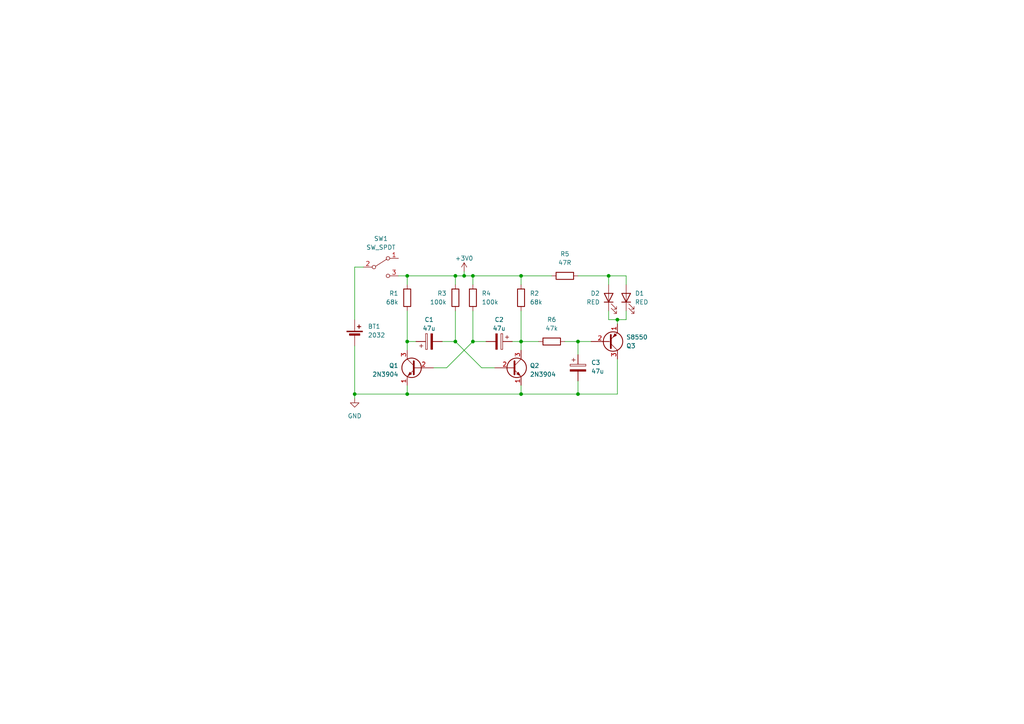
<source format=kicad_sch>
(kicad_sch (version 20231120) (generator "eeschema") (generator_version "8.0")
  (paper "A4")
  (lib_symbols
    (symbol "Device:Battery_Cell" (pin_numbers hide) (pin_names (offset 0) hide)
      (property "Reference" "BT" (at 2.54 2.54 0))
      (property "Value" "Battery_Cell" (at 2.54 0 0))
      (symbol "Battery_Cell_0_1"
        (rectangle (start -2.286 1.778) (end 2.286 1.524) (fill (type outline)))
        (rectangle (start -1.524 1.016) (end 1.524 0.508) (fill (type outline)))
        (polyline (pts (xy 0 0.762) (xy 0 0)))
        (polyline (pts (xy 0 1.778) (xy 0 2.54)))
        (polyline (pts (xy 0.762 3.048) (xy 1.778 3.048)) (stroke (width 0.254)))
        (polyline (pts (xy 1.27 3.556) (xy 1.27 2.54)) (stroke (width 0.254)))
      )
      (symbol "Battery_Cell_1_1"
        (pin passive line (at 0 5.08 270) (length 2.54) (name "+") (number "1"))
        (pin passive line (at 0 -2.54 90) (length 2.54) (name "-") (number "2"))
      )
    )
    (symbol "Device:C_Polarized" (pin_numbers hide) (pin_names (offset 0.254))
      (property "Reference" "C" (at 0.635 2.54 0))
      (property "Value" "C_Polarized" (at 0.635 -2.54 0))
      (symbol "C_Polarized_0_1"
        (rectangle (start -2.286 0.508) (end 2.286 1.016))
        (polyline (pts (xy -1.778 2.286) (xy -0.762 2.286)))
        (polyline (pts (xy -1.27 2.794) (xy -1.27 1.778)))
        (rectangle (start 2.286 -0.508) (end -2.286 -1.016) (fill (type outline)))
      )
      (symbol "C_Polarized_1_1"
        (pin passive line (at 0 3.81 270) (length 2.794) (name "~") (number "1"))
        (pin passive line (at 0 -3.81 90) (length 2.794) (name "~") (number "2"))
      )
    )
    (symbol "Device:LED" (pin_numbers hide) (pin_names (offset 1.016) hide)
      (property "Reference" "D" (at 0 2.54 0))
      (property "Value" "LED" (at 0 -2.54 0))
      (symbol "LED_0_1"
        (polyline (pts (xy -1.27 -1.27) (xy -1.27 1.27)) (stroke (width 0.254)))
        (polyline (pts (xy -1.27 0) (xy 1.27 0)))
        (polyline (pts (xy 1.27 -1.27) (xy 1.27 1.27) (xy -1.27 0) (xy 1.27 -1.27)) (stroke (width 0.254)))
        (polyline (pts (xy -3.048 -0.762) (xy -4.572 -2.286) (xy -3.81 -2.286) (xy -4.572 -2.286) (xy -4.572 -1.524)))
        (polyline (pts (xy -1.778 -0.762) (xy -3.302 -2.286) (xy -2.54 -2.286) (xy -3.302 -2.286) (xy -3.302 -1.524)))
      )
      (symbol "LED_1_1"
        (pin passive line (at -3.81 0 0) (length 2.54) (name "K") (number "1"))
        (pin passive line (at 3.81 0 180) (length 2.54) (name "A") (number "2"))
      )
    )
    (symbol "Device:R" (pin_numbers hide) (pin_names (offset 0))
      (property "Reference" "R" (at 2.032 0 90))
      (property "Value" "R" (at 0 0 90))
      (symbol "R_0_1"
        (rectangle (start -1.016 -2.54) (end 1.016 2.54) (stroke (width 0.254)))
      )
      (symbol "R_1_1"
        (pin passive line (at 0 3.81 270) (length 1.27) (name "~") (number "1"))
        (pin passive line (at 0 -3.81 90) (length 1.27) (name "~") (number "2"))
      )
    )
    (symbol "Switch:SW_SPDT" (pin_names (offset 0) hide)
      (property "Reference" "SW" (at 0 4.318 0))
      (property "Value" "SW_SPDT" (at 0 -5.08 0))
      (symbol "SW_SPDT_0_0"
        (circle (center -2.032 0) (radius 0.508))
        (circle (center 2.032 -2.54) (radius 0.508))
      )
      (symbol "SW_SPDT_0_1"
        (polyline (pts (xy -1.524 0.254) (xy 1.651 2.286)))
        (circle (center 2.032 2.54) (radius 0.508))
      )
      (symbol "SW_SPDT_1_1"
        (pin passive line (at 5.08 2.54 180) (length 2.54) (name "A") (number "1"))
        (pin passive line (at -5.08 0 0) (length 2.54) (name "B") (number "2"))
        (pin passive line (at 5.08 -2.54 180) (length 2.54) (name "C") (number "3"))
      )
    )
    (symbol "Transistor_BJT:2N3904" (pin_names (offset 0) hide)
      (property "Reference" "Q" (at 5.08 1.905 0))
      (property "Value" "2N3904" (at 5.08 0 0))
      (symbol "2N3904_0_1"
        (polyline (pts (xy 0.635 0.635) (xy 2.54 2.54)))
        (polyline (pts (xy 0.635 -0.635) (xy 2.54 -2.54) (xy 2.54 -2.54)))
        (polyline (pts (xy 0.635 1.905) (xy 0.635 -1.905) (xy 0.635 -1.905)) (stroke (width 0.508)))
        (polyline (pts (xy 1.27 -1.778) (xy 1.778 -1.27) (xy 2.286 -2.286) (xy 1.27 -1.778) (xy 1.27 -1.778)) (fill (type outline)))
        (circle (center 1.27 0) (radius 2.8194) (stroke (width 0.254)))
      )
      (symbol "2N3904_1_1"
        (pin passive line (at 2.54 -5.08 90) (length 2.54) (name "E") (number "1"))
        (pin passive line (at -5.08 0 0) (length 5.715) (name "B") (number "2"))
        (pin passive line (at 2.54 5.08 270) (length 2.54) (name "C") (number "3"))
      )
    )
    (symbol "Transistor_BJT:S8550" (pin_names (offset 0) hide)
      (property "Reference" "Q" (at 5.08 1.905 0))
      (property "Value" "S8550" (at 5.08 0 0))
      (symbol "S8550_0_1"
        (polyline (pts (xy 0 0) (xy 0.635 0)))
        (polyline (pts (xy 2.54 -2.54) (xy 0.635 -0.635)))
        (polyline (pts (xy 2.54 2.54) (xy 0.635 0.635)))
        (polyline (pts (xy 0.635 1.905) (xy 0.635 -1.905) (xy 0.635 -1.905)) (stroke (width 0.508)) (fill (type outline)))
        (polyline (pts (xy 1.778 -2.286) (xy 2.286 -1.778) (xy 1.27 -1.27) (xy 1.778 -2.286) (xy 1.778 -2.286)) (fill (type outline)))
        (circle (center 1.27 0) (radius 2.8194) (stroke (width 0.254)))
      )
      (symbol "S8550_1_1"
        (pin passive line (at 2.54 -5.08 90) (length 2.54) (name "E") (number "1"))
        (pin input line (at -5.08 0 0) (length 5.08) (name "B") (number "2"))
        (pin passive line (at 2.54 5.08 270) (length 2.54) (name "C") (number "3"))
      )
    )
    (symbol "power:+3V0" (power) (pin_names (offset 0))
      (property "Value" "+3V0" (at 0 3.556 0))
      (symbol "+3V0_0_1"
        (polyline (pts (xy -0.762 1.27) (xy 0 2.54)))
        (polyline (pts (xy 0 0) (xy 0 2.54)))
        (polyline (pts (xy 0 2.54) (xy 0.762 1.27)))
      )
      (symbol "+3V0_1_1"
        (pin power_in line (at 0 0 90) (length 0) hide (name "+3V0") (number "1"))
      )
    )
    (symbol "power:GND" (power) (pin_names (offset 0))
      (property "Value" "GND" (at 0 -3.81 0))
      (symbol "GND_0_1"
        (polyline (pts (xy 0 0) (xy 0 -1.27) (xy 1.27 -1.27) (xy 0 -2.54) (xy -1.27 -1.27) (xy 0 -1.27)))
      )
      (symbol "GND_1_1"
        (pin power_in line (at 0 0 270) (length 0) hide (name "GND") (number "1"))
      )
    )
  )
  (junction (at 134.62 80.01))
  (junction (at 137.16 99.06))
  (junction (at 137.16 80.01))
  (junction (at 151.13 80.01))
  (junction (at 118.11 99.06))
  (junction (at 167.64 114.3))
  (junction (at 176.53 80.01))
  (junction (at 132.08 80.01))
  (junction (at 102.87 114.3))
  (junction (at 118.11 80.01))
  (junction (at 179.07 92.71))
  (junction (at 118.11 114.3))
  (junction (at 151.13 114.3))
  (junction (at 151.13 99.06))
  (junction (at 132.08 99.06))
  (junction (at 167.64 99.06))
  (wire (pts (xy 179.07 104.14) (xy 179.07 114.3)))
  (wire (pts (xy 151.13 99.06) (xy 156.21 99.06)))
  (wire (pts (xy 167.64 99.06) (xy 163.83 99.06)))
  (wire (pts (xy 176.53 80.01) (xy 176.53 82.55)))
  (wire (pts (xy 132.08 80.01) (xy 132.08 82.55)))
  (wire (pts (xy 137.16 80.01) (xy 137.16 82.55)))
  (wire (pts (xy 139.7 106.68) (xy 132.08 99.06)))
  (wire (pts (xy 167.64 110.49) (xy 167.64 114.3)))
  (wire (pts (xy 148.59 99.06) (xy 151.13 99.06)))
  (wire (pts (xy 118.11 99.06) (xy 118.11 101.6)))
  (wire (pts (xy 118.11 80.01) (xy 132.08 80.01)))
  (wire (pts (xy 167.64 99.06) (xy 171.45 99.06)))
  (wire (pts (xy 134.62 80.01) (xy 137.16 80.01)))
  (wire (pts (xy 181.61 80.01) (xy 176.53 80.01)))
  (wire (pts (xy 176.53 92.71) (xy 176.53 90.17)))
  (wire (pts (xy 102.87 77.47) (xy 102.87 92.71)))
  (wire (pts (xy 105.41 77.47) (xy 102.87 77.47)))
  (wire (pts (xy 181.61 80.01) (xy 181.61 82.55)))
  (wire (pts (xy 115.57 80.01) (xy 118.11 80.01)))
  (wire (pts (xy 118.11 82.55) (xy 118.11 80.01)))
  (wire (pts (xy 151.13 99.06) (xy 151.13 101.6)))
  (wire (pts (xy 151.13 90.17) (xy 151.13 99.06)))
  (wire (pts (xy 176.53 80.01) (xy 167.64 80.01)))
  (wire (pts (xy 125.73 106.68) (xy 129.54 106.68)))
  (wire (pts (xy 134.62 80.01) (xy 132.08 80.01)))
  (wire (pts (xy 179.07 92.71) (xy 179.07 93.98)))
  (wire (pts (xy 151.13 111.76) (xy 151.13 114.3)))
  (wire (pts (xy 137.16 99.06) (xy 140.97 99.06)))
  (wire (pts (xy 151.13 80.01) (xy 151.13 82.55)))
  (wire (pts (xy 102.87 100.33) (xy 102.87 114.3)))
  (wire (pts (xy 132.08 90.17) (xy 132.08 99.06)))
  (wire (pts (xy 102.87 114.3) (xy 102.87 115.57)))
  (wire (pts (xy 167.64 114.3) (xy 179.07 114.3)))
  (wire (pts (xy 167.64 114.3) (xy 151.13 114.3)))
  (wire (pts (xy 128.27 99.06) (xy 132.08 99.06)))
  (wire (pts (xy 134.62 78.74) (xy 134.62 80.01)))
  (wire (pts (xy 118.11 114.3) (xy 151.13 114.3)))
  (wire (pts (xy 118.11 90.17) (xy 118.11 99.06)))
  (wire (pts (xy 179.07 92.71) (xy 176.53 92.71)))
  (wire (pts (xy 151.13 80.01) (xy 160.02 80.01)))
  (wire (pts (xy 118.11 99.06) (xy 120.65 99.06)))
  (wire (pts (xy 118.11 111.76) (xy 118.11 114.3)))
  (wire (pts (xy 179.07 92.71) (xy 181.61 92.71)))
  (wire (pts (xy 139.7 106.68) (xy 143.51 106.68)))
  (wire (pts (xy 137.16 90.17) (xy 137.16 99.06)))
  (wire (pts (xy 102.87 114.3) (xy 118.11 114.3)))
  (wire (pts (xy 181.61 92.71) (xy 181.61 90.17)))
  (wire (pts (xy 129.54 106.68) (xy 137.16 99.06)))
  (wire (pts (xy 167.64 102.87) (xy 167.64 99.06)))
  (wire (pts (xy 151.13 80.01) (xy 137.16 80.01)))
  (symbol (lib_id "Transistor_BJT:S8550") (at 176.53 99.06 0) (mirror x) (unit 1)
    (property "Reference" "Q3" (at 181.61 100.3301 0) (effects (justify left)))
    (property "Value" "S8550" (at 181.61 97.7901 0) (effects (justify left)))
    (property "Footprint" "Package_TO_SOT_THT:TO-92L_Inline_Wide" (effects (hide yes)))
    (property "Datasheet" "http://www.unisonic.com.tw/datasheet/S8550.pdf" (effects (hide yes)))
    (property "Description" "0.7A Ic, 20V Vce, Low Voltage High Current PNP Transistor, TO-92" (effects (hide yes)))
    (property "LCSC" "C2931494" (effects (hide yes)))
  )
  (symbol (lib_id "power:GND") (at 102.87 115.57 0) (unit 1)
    (property "Reference" "#PWR01" (effects (hide yes)))
    (property "Value" "GND" (at 102.87 120.65 0))
  )
  (symbol (lib_id "Device:C_Polarized") (at 167.64 106.68 0) (unit 1)
    (property "Reference" "C3" (at 171.45 105.156 0) (effects (justify left)))
    (property "Value" "47u" (at 171.45 107.696 0) (effects (justify left)))
    (property "Footprint" "Capacitor_THT:CP_Radial_D6.3mm_P2.50mm" (effects (hide yes)))
  )
  (symbol (lib_id "Device:R") (at 151.13 86.36 0) (unit 1)
    (property "Reference" "R2" (at 153.67 85.0899 0) (effects (justify left)))
    (property "Value" "68k" (at 153.67 87.6299 0) (effects (justify left)))
    (property "Footprint" "Resistor_THT:R_Axial_DIN0207_L6.3mm_D2.5mm_P10.16mm_Horizontal" (effects (hide yes)))
  )
  (symbol (lib_id "Device:R") (at 118.11 86.36 0) (unit 1)
    (property "Reference" "R1" (at 115.57 85.09 0) (effects (justify right)))
    (property "Value" "68k" (at 115.57 87.63 0) (effects (justify right)))
    (property "Footprint" "Resistor_THT:R_Axial_DIN0207_L6.3mm_D2.5mm_P10.16mm_Horizontal" (effects (hide yes)))
  )
  (symbol (lib_id "Device:Battery_Cell") (at 102.87 97.79 0) (unit 1)
    (property "Reference" "BT1" (at 106.68 94.6785 0) (effects (justify left)))
    (property "Value" "2032" (at 106.68 97.2185 0) (effects (justify left)))
    (property "Footprint" "kit-fp:CONNFLY_DS1092-04" (effects (hide yes)))
  )
  (symbol (lib_id "Device:LED") (at 176.53 86.36 90) (unit 1)
    (property "Reference" "D2" (at 173.99 85.09 90) (effects (justify left)))
    (property "Value" "RED" (at 173.99 87.63 90) (effects (justify left)))
    (property "Footprint" "LED_THT:LED_D3.0mm" (effects (hide yes)))
  )
  (symbol (lib_id "Transistor_BJT:2N3904") (at 120.65 106.68 0) (mirror y) (unit 1)
    (property "Reference" "Q1" (at 115.57 106.045 0) (effects (justify left)))
    (property "Value" "2N3904" (at 115.57 108.585 0) (effects (justify left)))
    (property "Footprint" "Package_TO_SOT_THT:TO-92L_Inline_Wide" (effects (hide yes)))
  )
  (symbol (lib_id "power:+3V0") (at 134.62 78.74 0) (unit 1)
    (property "Reference" "#PWR02" (effects (hide yes)))
    (property "Value" "+3V0" (at 134.62 74.93 0))
  )
  (symbol (lib_id "Device:R") (at 160.02 99.06 90) (unit 1)
    (property "Reference" "R6" (at 160.02 92.71 90))
    (property "Value" "47k" (at 160.02 95.25 90))
    (property "Footprint" "Resistor_THT:R_Axial_DIN0207_L6.3mm_D2.5mm_P10.16mm_Horizontal" (effects (hide yes)))
  )
  (symbol (lib_id "Device:C_Polarized") (at 144.78 99.06 270) (unit 1)
    (property "Reference" "C2" (at 144.78 92.71 90))
    (property "Value" "47u" (at 144.78 95.25 90))
    (property "Footprint" "Capacitor_THT:CP_Radial_D6.3mm_P2.50mm" (effects (hide yes)))
  )
  (symbol (lib_id "Device:LED") (at 181.61 86.36 90) (unit 1)
    (property "Reference" "D1" (at 184.15 85.09 90) (effects (justify right)))
    (property "Value" "RED" (at 184.15 87.63 90) (effects (justify right)))
    (property "Footprint" "LED_THT:LED_D3.0mm" (effects (hide yes)))
  )
  (symbol (lib_id "Device:R") (at 137.16 86.36 0) (unit 1)
    (property "Reference" "R4" (at 139.7 85.09 0) (effects (justify left)))
    (property "Value" "100k" (at 139.7 87.63 0) (effects (justify left)))
    (property "Footprint" "Resistor_THT:R_Axial_DIN0207_L6.3mm_D2.5mm_P10.16mm_Horizontal" (effects (hide yes)))
  )
  (symbol (lib_id "Device:C_Polarized") (at 124.46 99.06 90) (unit 1)
    (property "Reference" "C1" (at 124.46 92.71 90))
    (property "Value" "47u" (at 124.46 95.25 90))
    (property "Footprint" "Capacitor_THT:CP_Radial_D6.3mm_P2.50mm" (effects (hide yes)))
  )
  (symbol (lib_id "Device:R") (at 163.83 80.01 90) (unit 1)
    (property "Reference" "R5" (at 163.83 73.66 90))
    (property "Value" "47R" (at 163.83 76.2 90))
    (property "Footprint" "Resistor_THT:R_Axial_DIN0207_L6.3mm_D2.5mm_P10.16mm_Horizontal" (effects (hide yes)))
  )
  (symbol (lib_id "Transistor_BJT:2N3904") (at 148.59 106.68 0) (unit 1)
    (property "Reference" "Q2" (at 153.67 106.045 0) (effects (justify left)))
    (property "Value" "2N3904" (at 153.67 108.585 0) (effects (justify left)))
    (property "Footprint" "Package_TO_SOT_THT:TO-92L_Inline_Wide" (effects (hide yes)))
  )
  (symbol (lib_id "Switch:SW_SPDT") (at 110.49 77.47 0) (unit 1)
    (property "Reference" "SW1" (at 110.49 69.215 0))
    (property "Value" "SW_SPDT" (at 110.49 71.755 0))
    (property "Footprint" "Connector_PinHeader_2.54mm:PinHeader_1x03_P2.54mm_Vertical" (effects (hide yes)))
  )
  (symbol (lib_id "Device:R") (at 132.08 86.36 0) (unit 1)
    (property "Reference" "R3" (at 129.54 85.09 0) (effects (justify right)))
    (property "Value" "100k" (at 129.54 87.63 0) (effects (justify right)))
    (property "Footprint" "Resistor_THT:R_Axial_DIN0207_L6.3mm_D2.5mm_P10.16mm_Horizontal" (effects (hide yes)))
  )
)
</source>
